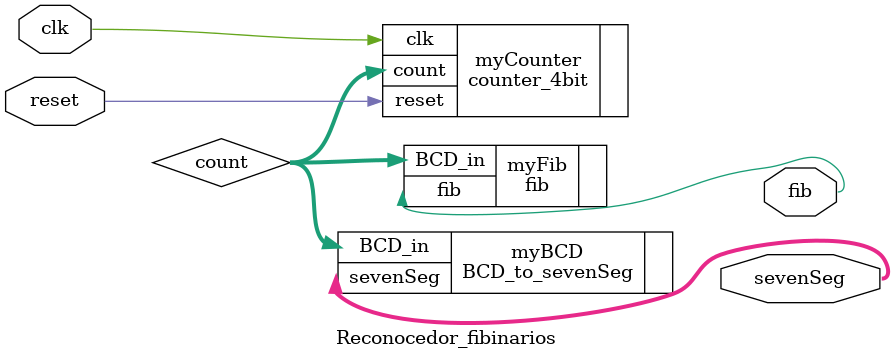
<source format=sv>
`timescale 1ns / 1ps


module Reconocedor_fibinarios(
    output logic fib, // Salida fibinario
    input logic clk, reset, // Entradas counter_4bit
    output logic [6:0] sevenSeg // Salidas BCD

);    

    logic [3:0]count; // variable interna

    fib myFib(
    .BCD_in(count),
    .fib(fib)
    );
     counter_4bit myCounter(
    .clk(clk),
    .reset(reset),
    .count(count)
    );
    BCD_to_sevenSeg myBCD(
    .BCD_in(count),
    .sevenSeg(sevenSeg)
    );
endmodule

</source>
